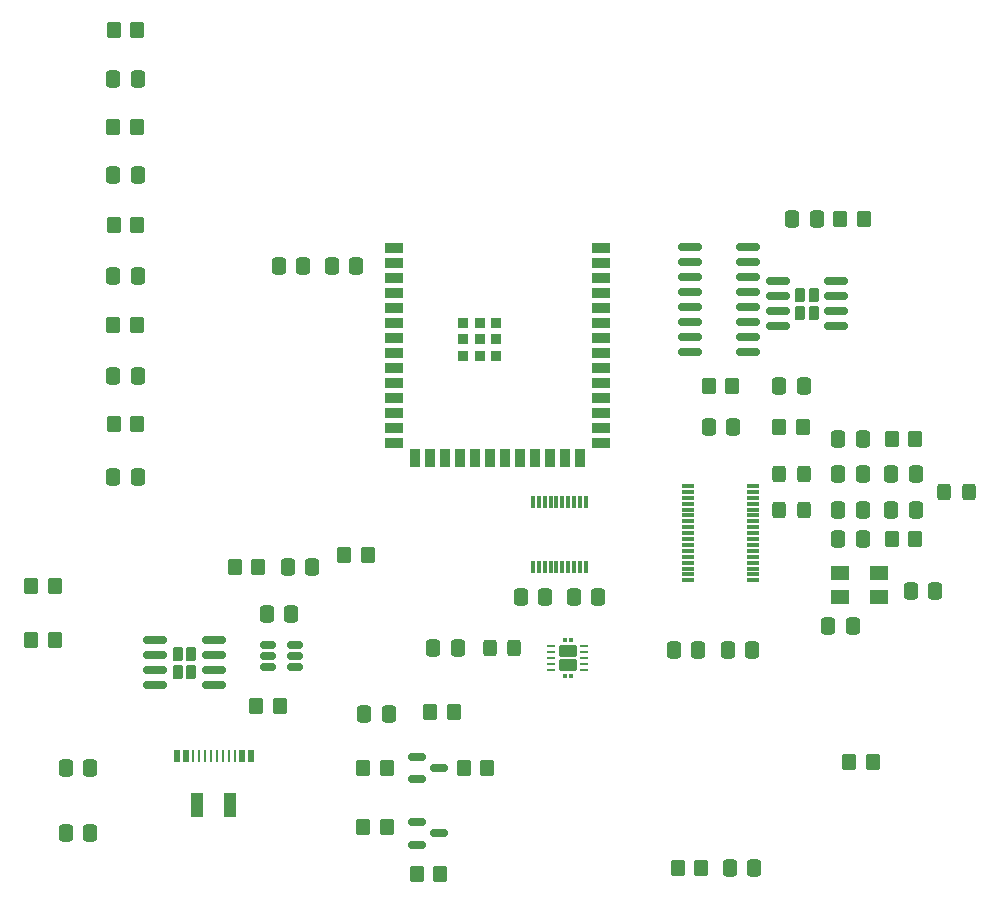
<source format=gbr>
%TF.GenerationSoftware,KiCad,Pcbnew,9.0.0*%
%TF.CreationDate,2025-03-06T16:27:16-06:00*%
%TF.ProjectId,445 Design Document Schematic,34343520-4465-4736-9967-6e20446f6375,rev?*%
%TF.SameCoordinates,Original*%
%TF.FileFunction,Paste,Top*%
%TF.FilePolarity,Positive*%
%FSLAX46Y46*%
G04 Gerber Fmt 4.6, Leading zero omitted, Abs format (unit mm)*
G04 Created by KiCad (PCBNEW 9.0.0) date 2025-03-06 16:27:16*
%MOMM*%
%LPD*%
G01*
G04 APERTURE LIST*
G04 Aperture macros list*
%AMRoundRect*
0 Rectangle with rounded corners*
0 $1 Rounding radius*
0 $2 $3 $4 $5 $6 $7 $8 $9 X,Y pos of 4 corners*
0 Add a 4 corners polygon primitive as box body*
4,1,4,$2,$3,$4,$5,$6,$7,$8,$9,$2,$3,0*
0 Add four circle primitives for the rounded corners*
1,1,$1+$1,$2,$3*
1,1,$1+$1,$4,$5*
1,1,$1+$1,$6,$7*
1,1,$1+$1,$8,$9*
0 Add four rect primitives between the rounded corners*
20,1,$1+$1,$2,$3,$4,$5,0*
20,1,$1+$1,$4,$5,$6,$7,0*
20,1,$1+$1,$6,$7,$8,$9,0*
20,1,$1+$1,$8,$9,$2,$3,0*%
G04 Aperture macros list end*
%ADD10R,0.900000X0.900000*%
%ADD11R,1.500000X0.900000*%
%ADD12R,0.900000X1.500000*%
%ADD13RoundRect,0.250000X-0.350000X-0.450000X0.350000X-0.450000X0.350000X0.450000X-0.350000X0.450000X0*%
%ADD14RoundRect,0.250000X-0.337500X-0.475000X0.337500X-0.475000X0.337500X0.475000X-0.337500X0.475000X0*%
%ADD15R,0.300000X1.100000*%
%ADD16RoundRect,0.250000X0.350000X0.450000X-0.350000X0.450000X-0.350000X-0.450000X0.350000X-0.450000X0*%
%ADD17RoundRect,0.150000X0.825000X0.150000X-0.825000X0.150000X-0.825000X-0.150000X0.825000X-0.150000X0*%
%ADD18RoundRect,0.230000X0.230000X0.375000X-0.230000X0.375000X-0.230000X-0.375000X0.230000X-0.375000X0*%
%ADD19RoundRect,0.025000X-0.100000X-0.145000X0.100000X-0.145000X0.100000X0.145000X-0.100000X0.145000X0*%
%ADD20RoundRect,0.106000X-0.644000X-0.424000X0.644000X-0.424000X0.644000X0.424000X-0.644000X0.424000X0*%
%ADD21RoundRect,0.060000X-0.240000X-0.060000X0.240000X-0.060000X0.240000X0.060000X-0.240000X0.060000X0*%
%ADD22RoundRect,0.250000X-0.325000X-0.450000X0.325000X-0.450000X0.325000X0.450000X-0.325000X0.450000X0*%
%ADD23RoundRect,0.150000X0.512500X0.150000X-0.512500X0.150000X-0.512500X-0.150000X0.512500X-0.150000X0*%
%ADD24RoundRect,0.250000X0.337500X0.475000X-0.337500X0.475000X-0.337500X-0.475000X0.337500X-0.475000X0*%
%ADD25R,1.100000X0.300000*%
%ADD26R,1.600000X1.300000*%
%ADD27RoundRect,0.150000X-0.587500X-0.150000X0.587500X-0.150000X0.587500X0.150000X-0.587500X0.150000X0*%
%ADD28RoundRect,0.150000X-0.825000X-0.150000X0.825000X-0.150000X0.825000X0.150000X-0.825000X0.150000X0*%
%ADD29R,0.520000X1.000000*%
%ADD30R,0.270000X1.000000*%
%ADD31R,1.000000X2.000000*%
G04 APERTURE END LIST*
D10*
%TO.C,U5*%
X125600000Y-66320000D03*
X125600000Y-67720000D03*
X125600000Y-69120000D03*
X127000000Y-66320000D03*
X127000000Y-67720000D03*
X127000000Y-69120000D03*
X128400000Y-66320000D03*
X128400000Y-67720000D03*
X128400000Y-69120000D03*
D11*
X119750000Y-60000000D03*
X119750000Y-61270000D03*
X119750000Y-62540000D03*
X119750000Y-63810000D03*
X119750000Y-65080000D03*
X119750000Y-66350000D03*
X119750000Y-67620000D03*
X119750000Y-68890000D03*
X119750000Y-70160000D03*
X119750000Y-71430000D03*
X119750000Y-72700000D03*
X119750000Y-73970000D03*
X119750000Y-75240000D03*
X119750000Y-76510000D03*
D12*
X121515000Y-77760000D03*
X122785000Y-77760000D03*
X124055000Y-77760000D03*
X125325000Y-77760000D03*
X126595000Y-77760000D03*
X127865000Y-77760000D03*
X129135000Y-77760000D03*
X130405000Y-77760000D03*
X131675000Y-77760000D03*
X132945000Y-77760000D03*
X134215000Y-77760000D03*
X135485000Y-77760000D03*
D11*
X137250000Y-76510000D03*
X137250000Y-75240000D03*
X137250000Y-73970000D03*
X137250000Y-72700000D03*
X137250000Y-71430000D03*
X137250000Y-70160000D03*
X137250000Y-68890000D03*
X137250000Y-67620000D03*
X137250000Y-66350000D03*
X137250000Y-65080000D03*
X137250000Y-63810000D03*
X137250000Y-62540000D03*
X137250000Y-61270000D03*
X137250000Y-60000000D03*
%TD*%
D13*
%TO.C,R17*%
X160300000Y-103500000D03*
X158300000Y-103500000D03*
%TD*%
%TO.C,R12*%
X106250000Y-87000000D03*
X108250000Y-87000000D03*
%TD*%
D14*
%TO.C,C12*%
X110750000Y-87000000D03*
X112825000Y-87000000D03*
%TD*%
%TO.C,C6*%
X111037500Y-91000000D03*
X108962500Y-91000000D03*
%TD*%
D15*
%TO.C,U8*%
X136000000Y-87000000D03*
X136000000Y-81500000D03*
X135500000Y-87000000D03*
X135500000Y-81500000D03*
X135000000Y-87000000D03*
X135000000Y-81500000D03*
X134500000Y-87000000D03*
X134500000Y-81500000D03*
X134000000Y-87000000D03*
X134000000Y-81500000D03*
X133500000Y-87000000D03*
X133500000Y-81500000D03*
X133000000Y-87000000D03*
X133000000Y-81500000D03*
X132500000Y-87000000D03*
X132500000Y-81500000D03*
X132000000Y-87000000D03*
X132000000Y-81500000D03*
X131500000Y-87000000D03*
X131500000Y-81500000D03*
%TD*%
D14*
%TO.C,C17*%
X134962500Y-89500000D03*
X137037500Y-89500000D03*
%TD*%
%TO.C,C16*%
X130462500Y-89500000D03*
X132537500Y-89500000D03*
%TD*%
%TO.C,C2*%
X98038500Y-53828000D03*
X95963500Y-53828000D03*
%TD*%
D16*
%TO.C,R5*%
X96001000Y-74910000D03*
X98001000Y-74910000D03*
%TD*%
%TO.C,R1*%
X96001000Y-41509000D03*
X98001000Y-41509000D03*
%TD*%
D14*
%TO.C,C1*%
X98060000Y-45700000D03*
X95985000Y-45700000D03*
%TD*%
D16*
%TO.C,R3*%
X96001000Y-58019000D03*
X98001000Y-58019000D03*
%TD*%
%TO.C,R2*%
X95985000Y-49764000D03*
X97985000Y-49764000D03*
%TD*%
D14*
%TO.C,C4*%
X98038500Y-70846000D03*
X95963500Y-70846000D03*
%TD*%
%TO.C,C5*%
X95963500Y-79355000D03*
X98038500Y-79355000D03*
%TD*%
%TO.C,C3*%
X98038500Y-62337000D03*
X95963500Y-62337000D03*
%TD*%
D16*
%TO.C,R4*%
X95985000Y-66528000D03*
X97985000Y-66528000D03*
%TD*%
D14*
%TO.C,C18*%
X94037500Y-109500000D03*
X91962500Y-109500000D03*
%TD*%
D13*
%TO.C,R6*%
X91000000Y-88630000D03*
X89000000Y-88630000D03*
%TD*%
%TO.C,R8*%
X91000000Y-93202000D03*
X89000000Y-93202000D03*
%TD*%
D17*
%TO.C,U7*%
X99550000Y-97000000D03*
X99550000Y-95730000D03*
X99550000Y-94460000D03*
X99550000Y-93190000D03*
X104500000Y-93190000D03*
X104500000Y-94460000D03*
X104500000Y-95730000D03*
X104500000Y-97000000D03*
D18*
X101455000Y-94345000D03*
X101455000Y-95845000D03*
X102595000Y-94345000D03*
X102595000Y-95845000D03*
%TD*%
D19*
%TO.C,U3*%
X134219000Y-93168000D03*
X134219000Y-96228000D03*
D20*
X134469000Y-94068000D03*
X134469000Y-95328000D03*
D19*
X134719000Y-93168000D03*
X134719000Y-96228000D03*
D21*
X133069000Y-93698000D03*
X133069000Y-94198000D03*
X133069000Y-94698000D03*
X133069000Y-95198000D03*
X133069000Y-95698000D03*
X135869000Y-95698000D03*
X135869000Y-95198000D03*
X135869000Y-94698000D03*
X135869000Y-94198000D03*
X135869000Y-93698000D03*
%TD*%
D22*
%TO.C,L1*%
X127853000Y-93825000D03*
X129903000Y-93825000D03*
%TD*%
D13*
%TO.C,R9*%
X108075000Y-98798000D03*
X110075000Y-98798000D03*
%TD*%
D14*
%TO.C,C14*%
X94037500Y-104000000D03*
X91962500Y-104000000D03*
%TD*%
D23*
%TO.C,U2*%
X111350000Y-95491000D03*
X111350000Y-94541000D03*
X111350000Y-93591000D03*
X109075000Y-93591000D03*
X109075000Y-94541000D03*
X109075000Y-95491000D03*
%TD*%
D14*
%TO.C,C8*%
X123045000Y-93825000D03*
X125120000Y-93825000D03*
%TD*%
%TO.C,C15*%
X117203000Y-99413000D03*
X119278000Y-99413000D03*
%TD*%
D13*
%TO.C,R7*%
X122791000Y-99286000D03*
X124791000Y-99286000D03*
%TD*%
D24*
%TO.C,C7*%
X148000000Y-94000000D03*
X150075000Y-94000000D03*
%TD*%
%TO.C,C9*%
X143428000Y-94000000D03*
X145503000Y-94000000D03*
%TD*%
D25*
%TO.C,U4*%
X144626000Y-88124000D03*
X150126000Y-88124000D03*
X144626000Y-87624000D03*
X150126000Y-87624000D03*
X144626000Y-87124000D03*
X150126000Y-87124000D03*
X144626000Y-86624000D03*
X150126000Y-86624000D03*
X144626000Y-86124000D03*
X150126000Y-86124000D03*
X144626000Y-85624000D03*
X150126000Y-85624000D03*
X144626000Y-85124000D03*
X150126000Y-85124000D03*
X144626000Y-84624000D03*
X150126000Y-84624000D03*
X144626000Y-84124000D03*
X150126000Y-84124000D03*
X144626000Y-83624000D03*
X150126000Y-83624000D03*
X144626000Y-83124000D03*
X150126000Y-83124000D03*
X144626000Y-82624000D03*
X150126000Y-82624000D03*
X144626000Y-82124000D03*
X150126000Y-82124000D03*
X144626000Y-81624000D03*
X150126000Y-81624000D03*
X144626000Y-81124000D03*
X150126000Y-81124000D03*
X144626000Y-80624000D03*
X150126000Y-80624000D03*
X144626000Y-80124000D03*
X150126000Y-80124000D03*
%TD*%
D18*
%TO.C,U9*%
X155295000Y-65459000D03*
X155295000Y-63959000D03*
X154155000Y-65459000D03*
X154155000Y-63959000D03*
D17*
X157200000Y-66614000D03*
X157200000Y-65344000D03*
X157200000Y-64074000D03*
X157200000Y-62804000D03*
X152250000Y-62804000D03*
X152250000Y-64074000D03*
X152250000Y-65344000D03*
X152250000Y-66614000D03*
%TD*%
D14*
%TO.C,C19*%
X155537500Y-57500000D03*
X153462500Y-57500000D03*
%TD*%
D13*
%TO.C,R18*%
X159500000Y-57500000D03*
X157500000Y-57500000D03*
%TD*%
D26*
%TO.C,Y1*%
X157500000Y-89500000D03*
X160800000Y-89500000D03*
X160800000Y-87500000D03*
X157500000Y-87500000D03*
%TD*%
D13*
%TO.C,R22*%
X161876000Y-84624000D03*
X163876000Y-84624000D03*
%TD*%
%TO.C,R21*%
X161876000Y-76124000D03*
X163876000Y-76124000D03*
%TD*%
%TO.C,R20*%
X152376000Y-75124000D03*
X154376000Y-75124000D03*
%TD*%
%TO.C,R19*%
X146376000Y-71624000D03*
X148376000Y-71624000D03*
%TD*%
%TO.C,R16*%
X143750000Y-112500000D03*
X145750000Y-112500000D03*
%TD*%
%TO.C,R15*%
X121651470Y-113000000D03*
X123651470Y-113000000D03*
%TD*%
D16*
%TO.C,R14*%
X127651470Y-104000000D03*
X125651470Y-104000000D03*
%TD*%
D13*
%TO.C,R13*%
X115500000Y-86000000D03*
X117500000Y-86000000D03*
%TD*%
D16*
%TO.C,R11*%
X119151470Y-109000000D03*
X117151470Y-109000000D03*
%TD*%
%TO.C,R10*%
X119151470Y-104000000D03*
X117151470Y-104000000D03*
%TD*%
D27*
%TO.C,Q2*%
X121651470Y-108600000D03*
X121651470Y-110500000D03*
X123526470Y-109550000D03*
%TD*%
%TO.C,Q1*%
X121651470Y-103050000D03*
X121651470Y-104950000D03*
X123526470Y-104000000D03*
%TD*%
D22*
%TO.C,L4*%
X166351000Y-80624000D03*
X168401000Y-80624000D03*
%TD*%
%TO.C,L3*%
X152376000Y-82124000D03*
X154426000Y-82124000D03*
%TD*%
%TO.C,L2*%
X152376000Y-79124000D03*
X154426000Y-79124000D03*
%TD*%
D24*
%TO.C,C29*%
X163913500Y-82124000D03*
X161838500Y-82124000D03*
%TD*%
D14*
%TO.C,C28*%
X161838500Y-79124000D03*
X163913500Y-79124000D03*
%TD*%
%TO.C,C27*%
X157376000Y-84624000D03*
X159451000Y-84624000D03*
%TD*%
%TO.C,C26*%
X157338500Y-76124000D03*
X159413500Y-76124000D03*
%TD*%
%TO.C,C25*%
X157338500Y-79124000D03*
X159413500Y-79124000D03*
%TD*%
D24*
%TO.C,C24*%
X159413500Y-82124000D03*
X157338500Y-82124000D03*
%TD*%
D14*
%TO.C,C23*%
X152376000Y-71624000D03*
X154451000Y-71624000D03*
%TD*%
%TO.C,C22*%
X146376000Y-75124000D03*
X148451000Y-75124000D03*
%TD*%
%TO.C,C21*%
X156500000Y-92000000D03*
X158575000Y-92000000D03*
%TD*%
D24*
%TO.C,C20*%
X165575000Y-89000000D03*
X163500000Y-89000000D03*
%TD*%
D14*
%TO.C,C13*%
X148175000Y-112500000D03*
X150250000Y-112500000D03*
%TD*%
%TO.C,C11*%
X114462500Y-61500000D03*
X116537500Y-61500000D03*
%TD*%
%TO.C,C10*%
X110000000Y-61500000D03*
X112075000Y-61500000D03*
%TD*%
D28*
%TO.C,U6*%
X149725000Y-59859000D03*
X149725000Y-61129000D03*
X149725000Y-62399000D03*
X149725000Y-63669000D03*
X149725000Y-64939000D03*
X149725000Y-66209000D03*
X149725000Y-67479000D03*
X149725000Y-68749000D03*
X144775000Y-68749000D03*
X144775000Y-67479000D03*
X144775000Y-66209000D03*
X144775000Y-64939000D03*
X144775000Y-63669000D03*
X144775000Y-62399000D03*
X144775000Y-61129000D03*
X144775000Y-59859000D03*
%TD*%
D29*
%TO.C,P2*%
X101400000Y-102950000D03*
X102150000Y-102950000D03*
D30*
X103250000Y-102950000D03*
X103750000Y-102950000D03*
X104750000Y-102950000D03*
X105750000Y-102950000D03*
D29*
X106850000Y-102950000D03*
X107600000Y-102950000D03*
X107600000Y-102950000D03*
X106850000Y-102950000D03*
D30*
X106250000Y-102950000D03*
X105250000Y-102950000D03*
X104250000Y-102950000D03*
X102750000Y-102950000D03*
D29*
X102150000Y-102950000D03*
X101400000Y-102950000D03*
D31*
X105900000Y-107150000D03*
X103100000Y-107150000D03*
%TD*%
M02*

</source>
